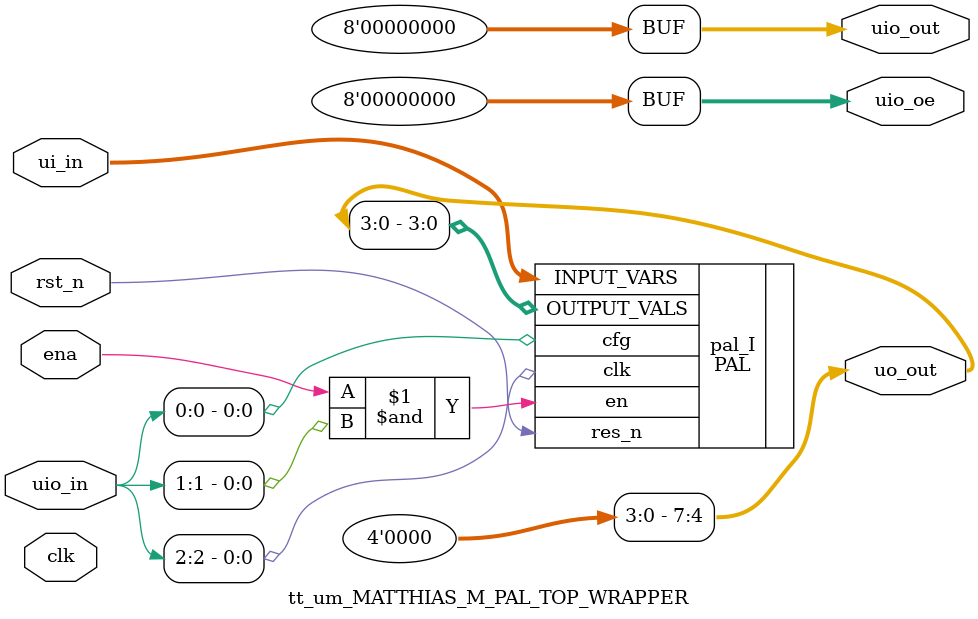
<source format=v>
/*
 * Copyright (c) 2024 Your Name
 * SPDX-License-Identifier: Apache-2.0
 */

`define default_netname none

module tt_um_MATTHIAS_M_PAL_TOP_WRAPPER (
    input  wire [7:0] ui_in,    // Dedicated inputs
    output wire [7:0] uo_out,   // Dedicated outputs
    input  wire [7:0] uio_in,   // IOs: Input path
    output wire [7:0] uio_out,  // IOs: Output path
    output wire [7:0] uio_oe,   // IOs: Enable path (active high: 0=input, 1=output)
    input  wire       ena,      // will go high when the design is enabled
    input  wire       clk,      // clock
    input  wire       rst_n     // reset_n - low to reset
);

  // All output pins must be assigned. If not used, assign to 0. 
  assign uio_out = 0;
  // IO pin configuration
  assign uio_oe = 8'b0000_0000; // all IOs are inputs (the LSB is used to shift in Config data)
  assign uo_out[7:4] = 4'b0000;

  // !!!!!!!!!!!!!!!!!!!!!!!!!!!!!!!!!!!!!!!!
  // PAL size parameters
  parameter NUM_INPUTS = 8;
  parameter NUM_INTERMEDIATE_STAGES = 11;
  parameter NUM_OUTPUTS = 4;
  // !!!!!!!!!!!!!!!!!!!!!!!!!!!!!!!!!!!!!!!!

  // Pin assignment
  // Clock: uio_in[2]
  // Reset: res_n
  // Enable: uio_in[1]
  // Config bit: uio_in[0]

  // Input vars: ui_in[7:0]
  // Output vars: uo_out[3:0]

  // clk is unused!

  // PAL instance
  PAL #(
    .N(NUM_INPUTS), // Number of Inputs
    .M(NUM_OUTPUTS), // NUmber of outputs
    .P(NUM_INTERMEDIATE_STAGES) // Number of intermediate stages
  ) pal_I (
    .clk(uio_in[2]), // do clock gating with ena signal?
    .res_n(rst_n),
    .en(ena & uio_in[1]), // if the enable signal is asserted the configuration is applied to the PAL fabric (also the design must be selected with the tto_en)
    .cfg(uio_in[0]),
    .INPUT_VARS(ui_in),
    .OUTPUT_VALS(uo_out[3:0])
  );

endmodule

</source>
